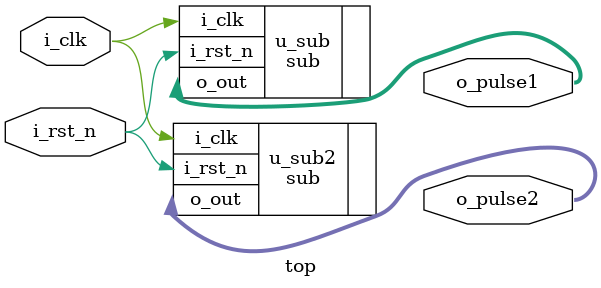
<source format=sv>
module top (
	input logic i_clk,
	input logic i_rst_n,
	output logic [3:0] o_pulse1,
	output logic [1:0] o_pulse2
);


	sub #(.K_NOUT(4)) u_sub (
		.i_clk(i_clk),
		.i_rst_n(i_rst_n),
		.o_out(o_pulse1)
	);

	sub #(.K_NOUT(2)) u_sub2 (
		.i_clk(i_clk),
		.i_rst_n(i_rst_n),
		.o_out(o_pulse2)
	);

endmodule
</source>
